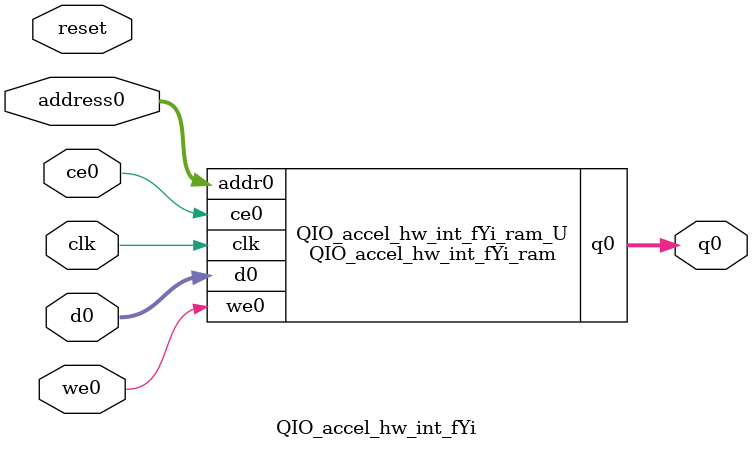
<source format=v>
`timescale 1 ns / 1 ps
module QIO_accel_hw_int_fYi_ram (addr0, ce0, d0, we0, q0,  clk);

parameter DWIDTH = 32;
parameter AWIDTH = 8;
parameter MEM_SIZE = 256;

input[AWIDTH-1:0] addr0;
input ce0;
input[DWIDTH-1:0] d0;
input we0;
output reg[DWIDTH-1:0] q0;
input clk;

(* ram_style = "block" *)reg [DWIDTH-1:0] ram[0:MEM_SIZE-1];




always @(posedge clk)  
begin 
    if (ce0) begin
        if (we0) 
            ram[addr0] <= d0; 
        q0 <= ram[addr0];
    end
end


endmodule

`timescale 1 ns / 1 ps
module QIO_accel_hw_int_fYi(
    reset,
    clk,
    address0,
    ce0,
    we0,
    d0,
    q0);

parameter DataWidth = 32'd32;
parameter AddressRange = 32'd256;
parameter AddressWidth = 32'd8;
input reset;
input clk;
input[AddressWidth - 1:0] address0;
input ce0;
input we0;
input[DataWidth - 1:0] d0;
output[DataWidth - 1:0] q0;



QIO_accel_hw_int_fYi_ram QIO_accel_hw_int_fYi_ram_U(
    .clk( clk ),
    .addr0( address0 ),
    .ce0( ce0 ),
    .we0( we0 ),
    .d0( d0 ),
    .q0( q0 ));

endmodule


</source>
